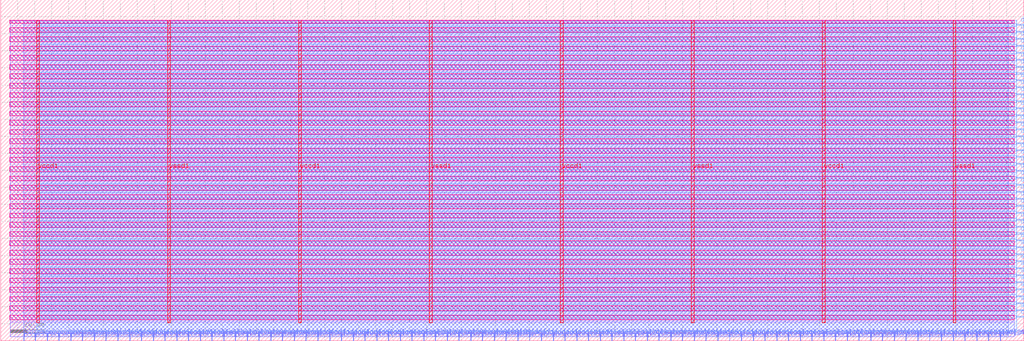
<source format=lef>
VERSION 5.7 ;
  NOWIREEXTENSIONATPIN ON ;
  DIVIDERCHAR "/" ;
  BUSBITCHARS "[]" ;
MACRO merge_memory
  CLASS BLOCK ;
  FOREIGN merge_memory ;
  ORIGIN 0.000 0.000 ;
  SIZE 600.000 BY 200.000 ;
  PIN addr[0]
    DIRECTION INPUT ;
    USE SIGNAL ;
    PORT
      LAYER met3 ;
        RECT 596.000 17.720 600.000 18.320 ;
    END
  END addr[0]
  PIN addr[1]
    DIRECTION INPUT ;
    USE SIGNAL ;
    PORT
      LAYER met3 ;
        RECT 596.000 21.800 600.000 22.400 ;
    END
  END addr[1]
  PIN addr[2]
    DIRECTION INPUT ;
    USE SIGNAL ;
    PORT
      LAYER met3 ;
        RECT 596.000 25.880 600.000 26.480 ;
    END
  END addr[2]
  PIN addr[3]
    DIRECTION INPUT ;
    USE SIGNAL ;
    PORT
      LAYER met3 ;
        RECT 596.000 29.960 600.000 30.560 ;
    END
  END addr[3]
  PIN addr[4]
    DIRECTION INPUT ;
    USE SIGNAL ;
    PORT
      LAYER met3 ;
        RECT 596.000 34.040 600.000 34.640 ;
    END
  END addr[4]
  PIN addr[5]
    DIRECTION INPUT ;
    USE SIGNAL ;
    PORT
      LAYER met3 ;
        RECT 596.000 38.120 600.000 38.720 ;
    END
  END addr[5]
  PIN addr[6]
    DIRECTION INPUT ;
    USE SIGNAL ;
    PORT
      LAYER met3 ;
        RECT 596.000 42.200 600.000 42.800 ;
    END
  END addr[6]
  PIN addr[7]
    DIRECTION INPUT ;
    USE SIGNAL ;
    PORT
      LAYER met3 ;
        RECT 596.000 46.280 600.000 46.880 ;
    END
  END addr[7]
  PIN addr[8]
    DIRECTION INPUT ;
    USE SIGNAL ;
    PORT
      LAYER met3 ;
        RECT 596.000 50.360 600.000 50.960 ;
    END
  END addr[8]
  PIN addr[9]
    DIRECTION INPUT ;
    USE SIGNAL ;
    PORT
      LAYER met3 ;
        RECT 596.000 54.440 600.000 55.040 ;
    END
  END addr[9]
  PIN addr_mem0[0]
    DIRECTION OUTPUT TRISTATE ;
    USE SIGNAL ;
    PORT
      LAYER met2 ;
        RECT 20.330 0.000 20.610 4.000 ;
    END
  END addr_mem0[0]
  PIN addr_mem0[1]
    DIRECTION OUTPUT TRISTATE ;
    USE SIGNAL ;
    PORT
      LAYER met2 ;
        RECT 27.230 0.000 27.510 4.000 ;
    END
  END addr_mem0[1]
  PIN addr_mem0[2]
    DIRECTION OUTPUT TRISTATE ;
    USE SIGNAL ;
    PORT
      LAYER met2 ;
        RECT 34.130 0.000 34.410 4.000 ;
    END
  END addr_mem0[2]
  PIN addr_mem0[3]
    DIRECTION OUTPUT TRISTATE ;
    USE SIGNAL ;
    PORT
      LAYER met2 ;
        RECT 41.030 0.000 41.310 4.000 ;
    END
  END addr_mem0[3]
  PIN addr_mem0[4]
    DIRECTION OUTPUT TRISTATE ;
    USE SIGNAL ;
    PORT
      LAYER met2 ;
        RECT 47.930 0.000 48.210 4.000 ;
    END
  END addr_mem0[4]
  PIN addr_mem0[5]
    DIRECTION OUTPUT TRISTATE ;
    USE SIGNAL ;
    PORT
      LAYER met2 ;
        RECT 54.830 0.000 55.110 4.000 ;
    END
  END addr_mem0[5]
  PIN addr_mem0[6]
    DIRECTION OUTPUT TRISTATE ;
    USE SIGNAL ;
    PORT
      LAYER met2 ;
        RECT 61.730 0.000 62.010 4.000 ;
    END
  END addr_mem0[6]
  PIN addr_mem0[7]
    DIRECTION OUTPUT TRISTATE ;
    USE SIGNAL ;
    PORT
      LAYER met2 ;
        RECT 68.630 0.000 68.910 4.000 ;
    END
  END addr_mem0[7]
  PIN addr_mem0[8]
    DIRECTION OUTPUT TRISTATE ;
    USE SIGNAL ;
    PORT
      LAYER met2 ;
        RECT 75.530 0.000 75.810 4.000 ;
    END
  END addr_mem0[8]
  PIN addr_mem1[0]
    DIRECTION OUTPUT TRISTATE ;
    USE SIGNAL ;
    PORT
      LAYER met2 ;
        RECT 310.130 0.000 310.410 4.000 ;
    END
  END addr_mem1[0]
  PIN addr_mem1[1]
    DIRECTION OUTPUT TRISTATE ;
    USE SIGNAL ;
    PORT
      LAYER met2 ;
        RECT 317.030 0.000 317.310 4.000 ;
    END
  END addr_mem1[1]
  PIN addr_mem1[2]
    DIRECTION OUTPUT TRISTATE ;
    USE SIGNAL ;
    PORT
      LAYER met2 ;
        RECT 323.930 0.000 324.210 4.000 ;
    END
  END addr_mem1[2]
  PIN addr_mem1[3]
    DIRECTION OUTPUT TRISTATE ;
    USE SIGNAL ;
    PORT
      LAYER met2 ;
        RECT 330.830 0.000 331.110 4.000 ;
    END
  END addr_mem1[3]
  PIN addr_mem1[4]
    DIRECTION OUTPUT TRISTATE ;
    USE SIGNAL ;
    PORT
      LAYER met2 ;
        RECT 337.730 0.000 338.010 4.000 ;
    END
  END addr_mem1[4]
  PIN addr_mem1[5]
    DIRECTION OUTPUT TRISTATE ;
    USE SIGNAL ;
    PORT
      LAYER met2 ;
        RECT 344.630 0.000 344.910 4.000 ;
    END
  END addr_mem1[5]
  PIN addr_mem1[6]
    DIRECTION OUTPUT TRISTATE ;
    USE SIGNAL ;
    PORT
      LAYER met2 ;
        RECT 351.530 0.000 351.810 4.000 ;
    END
  END addr_mem1[6]
  PIN addr_mem1[7]
    DIRECTION OUTPUT TRISTATE ;
    USE SIGNAL ;
    PORT
      LAYER met2 ;
        RECT 358.430 0.000 358.710 4.000 ;
    END
  END addr_mem1[7]
  PIN addr_mem1[8]
    DIRECTION OUTPUT TRISTATE ;
    USE SIGNAL ;
    PORT
      LAYER met2 ;
        RECT 365.330 0.000 365.610 4.000 ;
    END
  END addr_mem1[8]
  PIN csb
    DIRECTION INPUT ;
    USE SIGNAL ;
    PORT
      LAYER met3 ;
        RECT 596.000 13.640 600.000 14.240 ;
    END
  END csb
  PIN csb_mem0
    DIRECTION OUTPUT TRISTATE ;
    USE SIGNAL ;
    PORT
      LAYER met2 ;
        RECT 13.430 0.000 13.710 4.000 ;
    END
  END csb_mem0
  PIN csb_mem1
    DIRECTION OUTPUT TRISTATE ;
    USE SIGNAL ;
    PORT
      LAYER met2 ;
        RECT 303.230 0.000 303.510 4.000 ;
    END
  END csb_mem1
  PIN dout[0]
    DIRECTION OUTPUT TRISTATE ;
    USE SIGNAL ;
    PORT
      LAYER met3 ;
        RECT 596.000 58.520 600.000 59.120 ;
    END
  END dout[0]
  PIN dout[10]
    DIRECTION OUTPUT TRISTATE ;
    USE SIGNAL ;
    PORT
      LAYER met3 ;
        RECT 596.000 99.320 600.000 99.920 ;
    END
  END dout[10]
  PIN dout[11]
    DIRECTION OUTPUT TRISTATE ;
    USE SIGNAL ;
    PORT
      LAYER met3 ;
        RECT 596.000 103.400 600.000 104.000 ;
    END
  END dout[11]
  PIN dout[12]
    DIRECTION OUTPUT TRISTATE ;
    USE SIGNAL ;
    PORT
      LAYER met3 ;
        RECT 596.000 107.480 600.000 108.080 ;
    END
  END dout[12]
  PIN dout[13]
    DIRECTION OUTPUT TRISTATE ;
    USE SIGNAL ;
    PORT
      LAYER met3 ;
        RECT 596.000 111.560 600.000 112.160 ;
    END
  END dout[13]
  PIN dout[14]
    DIRECTION OUTPUT TRISTATE ;
    USE SIGNAL ;
    PORT
      LAYER met3 ;
        RECT 596.000 115.640 600.000 116.240 ;
    END
  END dout[14]
  PIN dout[15]
    DIRECTION OUTPUT TRISTATE ;
    USE SIGNAL ;
    PORT
      LAYER met3 ;
        RECT 596.000 119.720 600.000 120.320 ;
    END
  END dout[15]
  PIN dout[16]
    DIRECTION OUTPUT TRISTATE ;
    USE SIGNAL ;
    PORT
      LAYER met3 ;
        RECT 596.000 123.800 600.000 124.400 ;
    END
  END dout[16]
  PIN dout[17]
    DIRECTION OUTPUT TRISTATE ;
    USE SIGNAL ;
    PORT
      LAYER met3 ;
        RECT 596.000 127.880 600.000 128.480 ;
    END
  END dout[17]
  PIN dout[18]
    DIRECTION OUTPUT TRISTATE ;
    USE SIGNAL ;
    PORT
      LAYER met3 ;
        RECT 596.000 131.960 600.000 132.560 ;
    END
  END dout[18]
  PIN dout[19]
    DIRECTION OUTPUT TRISTATE ;
    USE SIGNAL ;
    PORT
      LAYER met3 ;
        RECT 596.000 136.040 600.000 136.640 ;
    END
  END dout[19]
  PIN dout[1]
    DIRECTION OUTPUT TRISTATE ;
    USE SIGNAL ;
    PORT
      LAYER met3 ;
        RECT 596.000 62.600 600.000 63.200 ;
    END
  END dout[1]
  PIN dout[20]
    DIRECTION OUTPUT TRISTATE ;
    USE SIGNAL ;
    PORT
      LAYER met3 ;
        RECT 596.000 140.120 600.000 140.720 ;
    END
  END dout[20]
  PIN dout[21]
    DIRECTION OUTPUT TRISTATE ;
    USE SIGNAL ;
    PORT
      LAYER met3 ;
        RECT 596.000 144.200 600.000 144.800 ;
    END
  END dout[21]
  PIN dout[22]
    DIRECTION OUTPUT TRISTATE ;
    USE SIGNAL ;
    PORT
      LAYER met3 ;
        RECT 596.000 148.280 600.000 148.880 ;
    END
  END dout[22]
  PIN dout[23]
    DIRECTION OUTPUT TRISTATE ;
    USE SIGNAL ;
    PORT
      LAYER met3 ;
        RECT 596.000 152.360 600.000 152.960 ;
    END
  END dout[23]
  PIN dout[24]
    DIRECTION OUTPUT TRISTATE ;
    USE SIGNAL ;
    PORT
      LAYER met3 ;
        RECT 596.000 156.440 600.000 157.040 ;
    END
  END dout[24]
  PIN dout[25]
    DIRECTION OUTPUT TRISTATE ;
    USE SIGNAL ;
    PORT
      LAYER met3 ;
        RECT 596.000 160.520 600.000 161.120 ;
    END
  END dout[25]
  PIN dout[26]
    DIRECTION OUTPUT TRISTATE ;
    USE SIGNAL ;
    PORT
      LAYER met3 ;
        RECT 596.000 164.600 600.000 165.200 ;
    END
  END dout[26]
  PIN dout[27]
    DIRECTION OUTPUT TRISTATE ;
    USE SIGNAL ;
    PORT
      LAYER met3 ;
        RECT 596.000 168.680 600.000 169.280 ;
    END
  END dout[27]
  PIN dout[28]
    DIRECTION OUTPUT TRISTATE ;
    USE SIGNAL ;
    PORT
      LAYER met3 ;
        RECT 596.000 172.760 600.000 173.360 ;
    END
  END dout[28]
  PIN dout[29]
    DIRECTION OUTPUT TRISTATE ;
    USE SIGNAL ;
    PORT
      LAYER met3 ;
        RECT 596.000 176.840 600.000 177.440 ;
    END
  END dout[29]
  PIN dout[2]
    DIRECTION OUTPUT TRISTATE ;
    USE SIGNAL ;
    PORT
      LAYER met3 ;
        RECT 596.000 66.680 600.000 67.280 ;
    END
  END dout[2]
  PIN dout[30]
    DIRECTION OUTPUT TRISTATE ;
    USE SIGNAL ;
    PORT
      LAYER met3 ;
        RECT 596.000 180.920 600.000 181.520 ;
    END
  END dout[30]
  PIN dout[31]
    DIRECTION OUTPUT TRISTATE ;
    USE SIGNAL ;
    PORT
      LAYER met3 ;
        RECT 596.000 185.000 600.000 185.600 ;
    END
  END dout[31]
  PIN dout[3]
    DIRECTION OUTPUT TRISTATE ;
    USE SIGNAL ;
    PORT
      LAYER met3 ;
        RECT 596.000 70.760 600.000 71.360 ;
    END
  END dout[3]
  PIN dout[4]
    DIRECTION OUTPUT TRISTATE ;
    USE SIGNAL ;
    PORT
      LAYER met3 ;
        RECT 596.000 74.840 600.000 75.440 ;
    END
  END dout[4]
  PIN dout[5]
    DIRECTION OUTPUT TRISTATE ;
    USE SIGNAL ;
    PORT
      LAYER met3 ;
        RECT 596.000 78.920 600.000 79.520 ;
    END
  END dout[5]
  PIN dout[6]
    DIRECTION OUTPUT TRISTATE ;
    USE SIGNAL ;
    PORT
      LAYER met3 ;
        RECT 596.000 83.000 600.000 83.600 ;
    END
  END dout[6]
  PIN dout[7]
    DIRECTION OUTPUT TRISTATE ;
    USE SIGNAL ;
    PORT
      LAYER met3 ;
        RECT 596.000 87.080 600.000 87.680 ;
    END
  END dout[7]
  PIN dout[8]
    DIRECTION OUTPUT TRISTATE ;
    USE SIGNAL ;
    PORT
      LAYER met3 ;
        RECT 596.000 91.160 600.000 91.760 ;
    END
  END dout[8]
  PIN dout[9]
    DIRECTION OUTPUT TRISTATE ;
    USE SIGNAL ;
    PORT
      LAYER met3 ;
        RECT 596.000 95.240 600.000 95.840 ;
    END
  END dout[9]
  PIN dout_mem0[0]
    DIRECTION INPUT ;
    USE SIGNAL ;
    PORT
      LAYER met2 ;
        RECT 82.430 0.000 82.710 4.000 ;
    END
  END dout_mem0[0]
  PIN dout_mem0[10]
    DIRECTION INPUT ;
    USE SIGNAL ;
    PORT
      LAYER met2 ;
        RECT 151.430 0.000 151.710 4.000 ;
    END
  END dout_mem0[10]
  PIN dout_mem0[11]
    DIRECTION INPUT ;
    USE SIGNAL ;
    PORT
      LAYER met2 ;
        RECT 158.330 0.000 158.610 4.000 ;
    END
  END dout_mem0[11]
  PIN dout_mem0[12]
    DIRECTION INPUT ;
    USE SIGNAL ;
    PORT
      LAYER met2 ;
        RECT 165.230 0.000 165.510 4.000 ;
    END
  END dout_mem0[12]
  PIN dout_mem0[13]
    DIRECTION INPUT ;
    USE SIGNAL ;
    PORT
      LAYER met2 ;
        RECT 172.130 0.000 172.410 4.000 ;
    END
  END dout_mem0[13]
  PIN dout_mem0[14]
    DIRECTION INPUT ;
    USE SIGNAL ;
    PORT
      LAYER met2 ;
        RECT 179.030 0.000 179.310 4.000 ;
    END
  END dout_mem0[14]
  PIN dout_mem0[15]
    DIRECTION INPUT ;
    USE SIGNAL ;
    PORT
      LAYER met2 ;
        RECT 185.930 0.000 186.210 4.000 ;
    END
  END dout_mem0[15]
  PIN dout_mem0[16]
    DIRECTION INPUT ;
    USE SIGNAL ;
    PORT
      LAYER met2 ;
        RECT 192.830 0.000 193.110 4.000 ;
    END
  END dout_mem0[16]
  PIN dout_mem0[17]
    DIRECTION INPUT ;
    USE SIGNAL ;
    PORT
      LAYER met2 ;
        RECT 199.730 0.000 200.010 4.000 ;
    END
  END dout_mem0[17]
  PIN dout_mem0[18]
    DIRECTION INPUT ;
    USE SIGNAL ;
    PORT
      LAYER met2 ;
        RECT 206.630 0.000 206.910 4.000 ;
    END
  END dout_mem0[18]
  PIN dout_mem0[19]
    DIRECTION INPUT ;
    USE SIGNAL ;
    PORT
      LAYER met2 ;
        RECT 213.530 0.000 213.810 4.000 ;
    END
  END dout_mem0[19]
  PIN dout_mem0[1]
    DIRECTION INPUT ;
    USE SIGNAL ;
    PORT
      LAYER met2 ;
        RECT 89.330 0.000 89.610 4.000 ;
    END
  END dout_mem0[1]
  PIN dout_mem0[20]
    DIRECTION INPUT ;
    USE SIGNAL ;
    PORT
      LAYER met2 ;
        RECT 220.430 0.000 220.710 4.000 ;
    END
  END dout_mem0[20]
  PIN dout_mem0[21]
    DIRECTION INPUT ;
    USE SIGNAL ;
    PORT
      LAYER met2 ;
        RECT 227.330 0.000 227.610 4.000 ;
    END
  END dout_mem0[21]
  PIN dout_mem0[22]
    DIRECTION INPUT ;
    USE SIGNAL ;
    PORT
      LAYER met2 ;
        RECT 234.230 0.000 234.510 4.000 ;
    END
  END dout_mem0[22]
  PIN dout_mem0[23]
    DIRECTION INPUT ;
    USE SIGNAL ;
    PORT
      LAYER met2 ;
        RECT 241.130 0.000 241.410 4.000 ;
    END
  END dout_mem0[23]
  PIN dout_mem0[24]
    DIRECTION INPUT ;
    USE SIGNAL ;
    PORT
      LAYER met2 ;
        RECT 248.030 0.000 248.310 4.000 ;
    END
  END dout_mem0[24]
  PIN dout_mem0[25]
    DIRECTION INPUT ;
    USE SIGNAL ;
    PORT
      LAYER met2 ;
        RECT 254.930 0.000 255.210 4.000 ;
    END
  END dout_mem0[25]
  PIN dout_mem0[26]
    DIRECTION INPUT ;
    USE SIGNAL ;
    PORT
      LAYER met2 ;
        RECT 261.830 0.000 262.110 4.000 ;
    END
  END dout_mem0[26]
  PIN dout_mem0[27]
    DIRECTION INPUT ;
    USE SIGNAL ;
    PORT
      LAYER met2 ;
        RECT 268.730 0.000 269.010 4.000 ;
    END
  END dout_mem0[27]
  PIN dout_mem0[28]
    DIRECTION INPUT ;
    USE SIGNAL ;
    PORT
      LAYER met2 ;
        RECT 275.630 0.000 275.910 4.000 ;
    END
  END dout_mem0[28]
  PIN dout_mem0[29]
    DIRECTION INPUT ;
    USE SIGNAL ;
    PORT
      LAYER met2 ;
        RECT 282.530 0.000 282.810 4.000 ;
    END
  END dout_mem0[29]
  PIN dout_mem0[2]
    DIRECTION INPUT ;
    USE SIGNAL ;
    PORT
      LAYER met2 ;
        RECT 96.230 0.000 96.510 4.000 ;
    END
  END dout_mem0[2]
  PIN dout_mem0[30]
    DIRECTION INPUT ;
    USE SIGNAL ;
    PORT
      LAYER met2 ;
        RECT 289.430 0.000 289.710 4.000 ;
    END
  END dout_mem0[30]
  PIN dout_mem0[31]
    DIRECTION INPUT ;
    USE SIGNAL ;
    PORT
      LAYER met2 ;
        RECT 296.330 0.000 296.610 4.000 ;
    END
  END dout_mem0[31]
  PIN dout_mem0[3]
    DIRECTION INPUT ;
    USE SIGNAL ;
    PORT
      LAYER met2 ;
        RECT 103.130 0.000 103.410 4.000 ;
    END
  END dout_mem0[3]
  PIN dout_mem0[4]
    DIRECTION INPUT ;
    USE SIGNAL ;
    PORT
      LAYER met2 ;
        RECT 110.030 0.000 110.310 4.000 ;
    END
  END dout_mem0[4]
  PIN dout_mem0[5]
    DIRECTION INPUT ;
    USE SIGNAL ;
    PORT
      LAYER met2 ;
        RECT 116.930 0.000 117.210 4.000 ;
    END
  END dout_mem0[5]
  PIN dout_mem0[6]
    DIRECTION INPUT ;
    USE SIGNAL ;
    PORT
      LAYER met2 ;
        RECT 123.830 0.000 124.110 4.000 ;
    END
  END dout_mem0[6]
  PIN dout_mem0[7]
    DIRECTION INPUT ;
    USE SIGNAL ;
    PORT
      LAYER met2 ;
        RECT 130.730 0.000 131.010 4.000 ;
    END
  END dout_mem0[7]
  PIN dout_mem0[8]
    DIRECTION INPUT ;
    USE SIGNAL ;
    PORT
      LAYER met2 ;
        RECT 137.630 0.000 137.910 4.000 ;
    END
  END dout_mem0[8]
  PIN dout_mem0[9]
    DIRECTION INPUT ;
    USE SIGNAL ;
    PORT
      LAYER met2 ;
        RECT 144.530 0.000 144.810 4.000 ;
    END
  END dout_mem0[9]
  PIN dout_mem1[0]
    DIRECTION INPUT ;
    USE SIGNAL ;
    PORT
      LAYER met2 ;
        RECT 372.230 0.000 372.510 4.000 ;
    END
  END dout_mem1[0]
  PIN dout_mem1[10]
    DIRECTION INPUT ;
    USE SIGNAL ;
    PORT
      LAYER met2 ;
        RECT 441.230 0.000 441.510 4.000 ;
    END
  END dout_mem1[10]
  PIN dout_mem1[11]
    DIRECTION INPUT ;
    USE SIGNAL ;
    PORT
      LAYER met2 ;
        RECT 448.130 0.000 448.410 4.000 ;
    END
  END dout_mem1[11]
  PIN dout_mem1[12]
    DIRECTION INPUT ;
    USE SIGNAL ;
    PORT
      LAYER met2 ;
        RECT 455.030 0.000 455.310 4.000 ;
    END
  END dout_mem1[12]
  PIN dout_mem1[13]
    DIRECTION INPUT ;
    USE SIGNAL ;
    PORT
      LAYER met2 ;
        RECT 461.930 0.000 462.210 4.000 ;
    END
  END dout_mem1[13]
  PIN dout_mem1[14]
    DIRECTION INPUT ;
    USE SIGNAL ;
    PORT
      LAYER met2 ;
        RECT 468.830 0.000 469.110 4.000 ;
    END
  END dout_mem1[14]
  PIN dout_mem1[15]
    DIRECTION INPUT ;
    USE SIGNAL ;
    PORT
      LAYER met2 ;
        RECT 475.730 0.000 476.010 4.000 ;
    END
  END dout_mem1[15]
  PIN dout_mem1[16]
    DIRECTION INPUT ;
    USE SIGNAL ;
    PORT
      LAYER met2 ;
        RECT 482.630 0.000 482.910 4.000 ;
    END
  END dout_mem1[16]
  PIN dout_mem1[17]
    DIRECTION INPUT ;
    USE SIGNAL ;
    PORT
      LAYER met2 ;
        RECT 489.530 0.000 489.810 4.000 ;
    END
  END dout_mem1[17]
  PIN dout_mem1[18]
    DIRECTION INPUT ;
    USE SIGNAL ;
    PORT
      LAYER met2 ;
        RECT 496.430 0.000 496.710 4.000 ;
    END
  END dout_mem1[18]
  PIN dout_mem1[19]
    DIRECTION INPUT ;
    USE SIGNAL ;
    PORT
      LAYER met2 ;
        RECT 503.330 0.000 503.610 4.000 ;
    END
  END dout_mem1[19]
  PIN dout_mem1[1]
    DIRECTION INPUT ;
    USE SIGNAL ;
    PORT
      LAYER met2 ;
        RECT 379.130 0.000 379.410 4.000 ;
    END
  END dout_mem1[1]
  PIN dout_mem1[20]
    DIRECTION INPUT ;
    USE SIGNAL ;
    PORT
      LAYER met2 ;
        RECT 510.230 0.000 510.510 4.000 ;
    END
  END dout_mem1[20]
  PIN dout_mem1[21]
    DIRECTION INPUT ;
    USE SIGNAL ;
    PORT
      LAYER met2 ;
        RECT 517.130 0.000 517.410 4.000 ;
    END
  END dout_mem1[21]
  PIN dout_mem1[22]
    DIRECTION INPUT ;
    USE SIGNAL ;
    PORT
      LAYER met2 ;
        RECT 524.030 0.000 524.310 4.000 ;
    END
  END dout_mem1[22]
  PIN dout_mem1[23]
    DIRECTION INPUT ;
    USE SIGNAL ;
    PORT
      LAYER met2 ;
        RECT 530.930 0.000 531.210 4.000 ;
    END
  END dout_mem1[23]
  PIN dout_mem1[24]
    DIRECTION INPUT ;
    USE SIGNAL ;
    PORT
      LAYER met2 ;
        RECT 537.830 0.000 538.110 4.000 ;
    END
  END dout_mem1[24]
  PIN dout_mem1[25]
    DIRECTION INPUT ;
    USE SIGNAL ;
    PORT
      LAYER met2 ;
        RECT 544.730 0.000 545.010 4.000 ;
    END
  END dout_mem1[25]
  PIN dout_mem1[26]
    DIRECTION INPUT ;
    USE SIGNAL ;
    PORT
      LAYER met2 ;
        RECT 551.630 0.000 551.910 4.000 ;
    END
  END dout_mem1[26]
  PIN dout_mem1[27]
    DIRECTION INPUT ;
    USE SIGNAL ;
    PORT
      LAYER met2 ;
        RECT 558.530 0.000 558.810 4.000 ;
    END
  END dout_mem1[27]
  PIN dout_mem1[28]
    DIRECTION INPUT ;
    USE SIGNAL ;
    PORT
      LAYER met2 ;
        RECT 565.430 0.000 565.710 4.000 ;
    END
  END dout_mem1[28]
  PIN dout_mem1[29]
    DIRECTION INPUT ;
    USE SIGNAL ;
    PORT
      LAYER met2 ;
        RECT 572.330 0.000 572.610 4.000 ;
    END
  END dout_mem1[29]
  PIN dout_mem1[2]
    DIRECTION INPUT ;
    USE SIGNAL ;
    PORT
      LAYER met2 ;
        RECT 386.030 0.000 386.310 4.000 ;
    END
  END dout_mem1[2]
  PIN dout_mem1[30]
    DIRECTION INPUT ;
    USE SIGNAL ;
    PORT
      LAYER met2 ;
        RECT 579.230 0.000 579.510 4.000 ;
    END
  END dout_mem1[30]
  PIN dout_mem1[31]
    DIRECTION INPUT ;
    USE SIGNAL ;
    PORT
      LAYER met2 ;
        RECT 586.130 0.000 586.410 4.000 ;
    END
  END dout_mem1[31]
  PIN dout_mem1[3]
    DIRECTION INPUT ;
    USE SIGNAL ;
    PORT
      LAYER met2 ;
        RECT 392.930 0.000 393.210 4.000 ;
    END
  END dout_mem1[3]
  PIN dout_mem1[4]
    DIRECTION INPUT ;
    USE SIGNAL ;
    PORT
      LAYER met2 ;
        RECT 399.830 0.000 400.110 4.000 ;
    END
  END dout_mem1[4]
  PIN dout_mem1[5]
    DIRECTION INPUT ;
    USE SIGNAL ;
    PORT
      LAYER met2 ;
        RECT 406.730 0.000 407.010 4.000 ;
    END
  END dout_mem1[5]
  PIN dout_mem1[6]
    DIRECTION INPUT ;
    USE SIGNAL ;
    PORT
      LAYER met2 ;
        RECT 413.630 0.000 413.910 4.000 ;
    END
  END dout_mem1[6]
  PIN dout_mem1[7]
    DIRECTION INPUT ;
    USE SIGNAL ;
    PORT
      LAYER met2 ;
        RECT 420.530 0.000 420.810 4.000 ;
    END
  END dout_mem1[7]
  PIN dout_mem1[8]
    DIRECTION INPUT ;
    USE SIGNAL ;
    PORT
      LAYER met2 ;
        RECT 427.430 0.000 427.710 4.000 ;
    END
  END dout_mem1[8]
  PIN dout_mem1[9]
    DIRECTION INPUT ;
    USE SIGNAL ;
    PORT
      LAYER met2 ;
        RECT 434.330 0.000 434.610 4.000 ;
    END
  END dout_mem1[9]
  PIN vccd1
    DIRECTION INOUT ;
    USE POWER ;
    PORT
      LAYER met4 ;
        RECT 21.040 10.640 22.640 187.920 ;
    END
    PORT
      LAYER met4 ;
        RECT 174.640 10.640 176.240 187.920 ;
    END
    PORT
      LAYER met4 ;
        RECT 328.240 10.640 329.840 187.920 ;
    END
    PORT
      LAYER met4 ;
        RECT 481.840 10.640 483.440 187.920 ;
    END
  END vccd1
  PIN vssd1
    DIRECTION INOUT ;
    USE GROUND ;
    PORT
      LAYER met4 ;
        RECT 97.840 10.640 99.440 187.920 ;
    END
    PORT
      LAYER met4 ;
        RECT 251.440 10.640 253.040 187.920 ;
    END
    PORT
      LAYER met4 ;
        RECT 405.040 10.640 406.640 187.920 ;
    END
    PORT
      LAYER met4 ;
        RECT 558.640 10.640 560.240 187.920 ;
    END
  END vssd1
  OBS
      LAYER nwell ;
        RECT 5.330 186.265 594.510 187.870 ;
        RECT 5.330 180.825 594.510 183.655 ;
        RECT 5.330 175.385 594.510 178.215 ;
        RECT 5.330 169.945 594.510 172.775 ;
        RECT 5.330 164.505 594.510 167.335 ;
        RECT 5.330 159.065 594.510 161.895 ;
        RECT 5.330 153.625 594.510 156.455 ;
        RECT 5.330 148.185 594.510 151.015 ;
        RECT 5.330 142.745 594.510 145.575 ;
        RECT 5.330 137.305 594.510 140.135 ;
        RECT 5.330 131.865 594.510 134.695 ;
        RECT 5.330 126.425 594.510 129.255 ;
        RECT 5.330 120.985 594.510 123.815 ;
        RECT 5.330 115.545 594.510 118.375 ;
        RECT 5.330 110.105 594.510 112.935 ;
        RECT 5.330 104.665 594.510 107.495 ;
        RECT 5.330 99.225 594.510 102.055 ;
        RECT 5.330 93.785 594.510 96.615 ;
        RECT 5.330 88.345 594.510 91.175 ;
        RECT 5.330 82.905 594.510 85.735 ;
        RECT 5.330 77.465 594.510 80.295 ;
        RECT 5.330 72.025 594.510 74.855 ;
        RECT 5.330 66.585 594.510 69.415 ;
        RECT 5.330 61.145 594.510 63.975 ;
        RECT 5.330 55.705 594.510 58.535 ;
        RECT 5.330 50.265 594.510 53.095 ;
        RECT 5.330 44.825 594.510 47.655 ;
        RECT 5.330 39.385 594.510 42.215 ;
        RECT 5.330 33.945 594.510 36.775 ;
        RECT 5.330 28.505 594.510 31.335 ;
        RECT 5.330 23.065 594.510 25.895 ;
        RECT 5.330 17.625 594.510 20.455 ;
        RECT 5.330 12.185 594.510 15.015 ;
      LAYER li1 ;
        RECT 5.520 10.795 594.320 187.765 ;
      LAYER met1 ;
        RECT 5.520 2.420 594.320 187.920 ;
      LAYER met2 ;
        RECT 13.440 4.280 591.010 187.865 ;
        RECT 13.990 2.390 20.050 4.280 ;
        RECT 20.890 2.390 26.950 4.280 ;
        RECT 27.790 2.390 33.850 4.280 ;
        RECT 34.690 2.390 40.750 4.280 ;
        RECT 41.590 2.390 47.650 4.280 ;
        RECT 48.490 2.390 54.550 4.280 ;
        RECT 55.390 2.390 61.450 4.280 ;
        RECT 62.290 2.390 68.350 4.280 ;
        RECT 69.190 2.390 75.250 4.280 ;
        RECT 76.090 2.390 82.150 4.280 ;
        RECT 82.990 2.390 89.050 4.280 ;
        RECT 89.890 2.390 95.950 4.280 ;
        RECT 96.790 2.390 102.850 4.280 ;
        RECT 103.690 2.390 109.750 4.280 ;
        RECT 110.590 2.390 116.650 4.280 ;
        RECT 117.490 2.390 123.550 4.280 ;
        RECT 124.390 2.390 130.450 4.280 ;
        RECT 131.290 2.390 137.350 4.280 ;
        RECT 138.190 2.390 144.250 4.280 ;
        RECT 145.090 2.390 151.150 4.280 ;
        RECT 151.990 2.390 158.050 4.280 ;
        RECT 158.890 2.390 164.950 4.280 ;
        RECT 165.790 2.390 171.850 4.280 ;
        RECT 172.690 2.390 178.750 4.280 ;
        RECT 179.590 2.390 185.650 4.280 ;
        RECT 186.490 2.390 192.550 4.280 ;
        RECT 193.390 2.390 199.450 4.280 ;
        RECT 200.290 2.390 206.350 4.280 ;
        RECT 207.190 2.390 213.250 4.280 ;
        RECT 214.090 2.390 220.150 4.280 ;
        RECT 220.990 2.390 227.050 4.280 ;
        RECT 227.890 2.390 233.950 4.280 ;
        RECT 234.790 2.390 240.850 4.280 ;
        RECT 241.690 2.390 247.750 4.280 ;
        RECT 248.590 2.390 254.650 4.280 ;
        RECT 255.490 2.390 261.550 4.280 ;
        RECT 262.390 2.390 268.450 4.280 ;
        RECT 269.290 2.390 275.350 4.280 ;
        RECT 276.190 2.390 282.250 4.280 ;
        RECT 283.090 2.390 289.150 4.280 ;
        RECT 289.990 2.390 296.050 4.280 ;
        RECT 296.890 2.390 302.950 4.280 ;
        RECT 303.790 2.390 309.850 4.280 ;
        RECT 310.690 2.390 316.750 4.280 ;
        RECT 317.590 2.390 323.650 4.280 ;
        RECT 324.490 2.390 330.550 4.280 ;
        RECT 331.390 2.390 337.450 4.280 ;
        RECT 338.290 2.390 344.350 4.280 ;
        RECT 345.190 2.390 351.250 4.280 ;
        RECT 352.090 2.390 358.150 4.280 ;
        RECT 358.990 2.390 365.050 4.280 ;
        RECT 365.890 2.390 371.950 4.280 ;
        RECT 372.790 2.390 378.850 4.280 ;
        RECT 379.690 2.390 385.750 4.280 ;
        RECT 386.590 2.390 392.650 4.280 ;
        RECT 393.490 2.390 399.550 4.280 ;
        RECT 400.390 2.390 406.450 4.280 ;
        RECT 407.290 2.390 413.350 4.280 ;
        RECT 414.190 2.390 420.250 4.280 ;
        RECT 421.090 2.390 427.150 4.280 ;
        RECT 427.990 2.390 434.050 4.280 ;
        RECT 434.890 2.390 440.950 4.280 ;
        RECT 441.790 2.390 447.850 4.280 ;
        RECT 448.690 2.390 454.750 4.280 ;
        RECT 455.590 2.390 461.650 4.280 ;
        RECT 462.490 2.390 468.550 4.280 ;
        RECT 469.390 2.390 475.450 4.280 ;
        RECT 476.290 2.390 482.350 4.280 ;
        RECT 483.190 2.390 489.250 4.280 ;
        RECT 490.090 2.390 496.150 4.280 ;
        RECT 496.990 2.390 503.050 4.280 ;
        RECT 503.890 2.390 509.950 4.280 ;
        RECT 510.790 2.390 516.850 4.280 ;
        RECT 517.690 2.390 523.750 4.280 ;
        RECT 524.590 2.390 530.650 4.280 ;
        RECT 531.490 2.390 537.550 4.280 ;
        RECT 538.390 2.390 544.450 4.280 ;
        RECT 545.290 2.390 551.350 4.280 ;
        RECT 552.190 2.390 558.250 4.280 ;
        RECT 559.090 2.390 565.150 4.280 ;
        RECT 565.990 2.390 572.050 4.280 ;
        RECT 572.890 2.390 578.950 4.280 ;
        RECT 579.790 2.390 585.850 4.280 ;
        RECT 586.690 2.390 591.010 4.280 ;
      LAYER met3 ;
        RECT 21.050 186.000 596.000 187.845 ;
        RECT 21.050 184.600 595.600 186.000 ;
        RECT 21.050 181.920 596.000 184.600 ;
        RECT 21.050 180.520 595.600 181.920 ;
        RECT 21.050 177.840 596.000 180.520 ;
        RECT 21.050 176.440 595.600 177.840 ;
        RECT 21.050 173.760 596.000 176.440 ;
        RECT 21.050 172.360 595.600 173.760 ;
        RECT 21.050 169.680 596.000 172.360 ;
        RECT 21.050 168.280 595.600 169.680 ;
        RECT 21.050 165.600 596.000 168.280 ;
        RECT 21.050 164.200 595.600 165.600 ;
        RECT 21.050 161.520 596.000 164.200 ;
        RECT 21.050 160.120 595.600 161.520 ;
        RECT 21.050 157.440 596.000 160.120 ;
        RECT 21.050 156.040 595.600 157.440 ;
        RECT 21.050 153.360 596.000 156.040 ;
        RECT 21.050 151.960 595.600 153.360 ;
        RECT 21.050 149.280 596.000 151.960 ;
        RECT 21.050 147.880 595.600 149.280 ;
        RECT 21.050 145.200 596.000 147.880 ;
        RECT 21.050 143.800 595.600 145.200 ;
        RECT 21.050 141.120 596.000 143.800 ;
        RECT 21.050 139.720 595.600 141.120 ;
        RECT 21.050 137.040 596.000 139.720 ;
        RECT 21.050 135.640 595.600 137.040 ;
        RECT 21.050 132.960 596.000 135.640 ;
        RECT 21.050 131.560 595.600 132.960 ;
        RECT 21.050 128.880 596.000 131.560 ;
        RECT 21.050 127.480 595.600 128.880 ;
        RECT 21.050 124.800 596.000 127.480 ;
        RECT 21.050 123.400 595.600 124.800 ;
        RECT 21.050 120.720 596.000 123.400 ;
        RECT 21.050 119.320 595.600 120.720 ;
        RECT 21.050 116.640 596.000 119.320 ;
        RECT 21.050 115.240 595.600 116.640 ;
        RECT 21.050 112.560 596.000 115.240 ;
        RECT 21.050 111.160 595.600 112.560 ;
        RECT 21.050 108.480 596.000 111.160 ;
        RECT 21.050 107.080 595.600 108.480 ;
        RECT 21.050 104.400 596.000 107.080 ;
        RECT 21.050 103.000 595.600 104.400 ;
        RECT 21.050 100.320 596.000 103.000 ;
        RECT 21.050 98.920 595.600 100.320 ;
        RECT 21.050 96.240 596.000 98.920 ;
        RECT 21.050 94.840 595.600 96.240 ;
        RECT 21.050 92.160 596.000 94.840 ;
        RECT 21.050 90.760 595.600 92.160 ;
        RECT 21.050 88.080 596.000 90.760 ;
        RECT 21.050 86.680 595.600 88.080 ;
        RECT 21.050 84.000 596.000 86.680 ;
        RECT 21.050 82.600 595.600 84.000 ;
        RECT 21.050 79.920 596.000 82.600 ;
        RECT 21.050 78.520 595.600 79.920 ;
        RECT 21.050 75.840 596.000 78.520 ;
        RECT 21.050 74.440 595.600 75.840 ;
        RECT 21.050 71.760 596.000 74.440 ;
        RECT 21.050 70.360 595.600 71.760 ;
        RECT 21.050 67.680 596.000 70.360 ;
        RECT 21.050 66.280 595.600 67.680 ;
        RECT 21.050 63.600 596.000 66.280 ;
        RECT 21.050 62.200 595.600 63.600 ;
        RECT 21.050 59.520 596.000 62.200 ;
        RECT 21.050 58.120 595.600 59.520 ;
        RECT 21.050 55.440 596.000 58.120 ;
        RECT 21.050 54.040 595.600 55.440 ;
        RECT 21.050 51.360 596.000 54.040 ;
        RECT 21.050 49.960 595.600 51.360 ;
        RECT 21.050 47.280 596.000 49.960 ;
        RECT 21.050 45.880 595.600 47.280 ;
        RECT 21.050 43.200 596.000 45.880 ;
        RECT 21.050 41.800 595.600 43.200 ;
        RECT 21.050 39.120 596.000 41.800 ;
        RECT 21.050 37.720 595.600 39.120 ;
        RECT 21.050 35.040 596.000 37.720 ;
        RECT 21.050 33.640 595.600 35.040 ;
        RECT 21.050 30.960 596.000 33.640 ;
        RECT 21.050 29.560 595.600 30.960 ;
        RECT 21.050 26.880 596.000 29.560 ;
        RECT 21.050 25.480 595.600 26.880 ;
        RECT 21.050 22.800 596.000 25.480 ;
        RECT 21.050 21.400 595.600 22.800 ;
        RECT 21.050 18.720 596.000 21.400 ;
        RECT 21.050 17.320 595.600 18.720 ;
        RECT 21.050 14.640 596.000 17.320 ;
        RECT 21.050 13.240 595.600 14.640 ;
        RECT 21.050 5.615 596.000 13.240 ;
  END
END merge_memory
END LIBRARY


</source>
